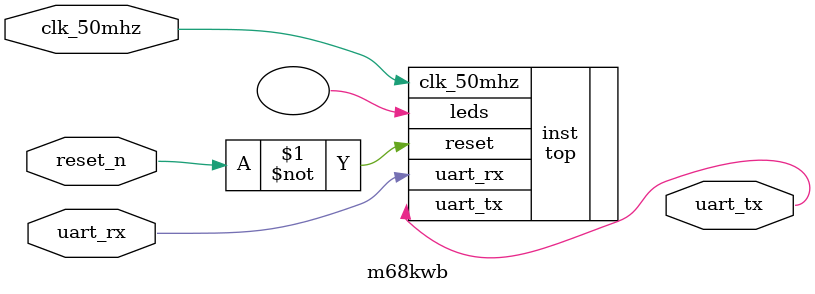
<source format=v>
module m68kwb(
   input clk_50mhz, 
   input reset_n, 
		
   output uart_tx,
	input uart_rx
);


top inst(
   .clk_50mhz( clk_50mhz ),
   .reset(~reset_n), 
   .uart_tx(uart_tx),
   .uart_rx(uart_rx), 
		
   .leds()
);


endmodule

</source>
